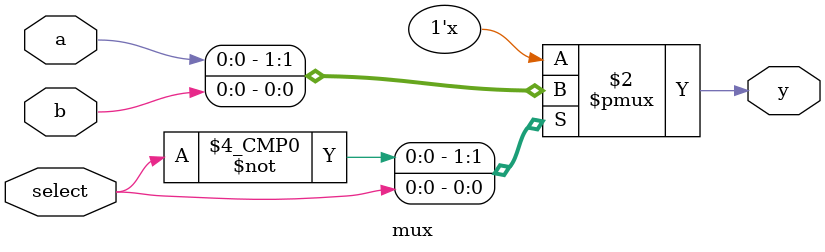
<source format=sv>
module mux (a,b,select,y);
	input logic a,b,select;
	output logic y;
	
	always@(*) begin
		case (select)
			1'b0: y<=a;
			1'b1: y<=b;
		endcase
	end
endmodule
</source>
